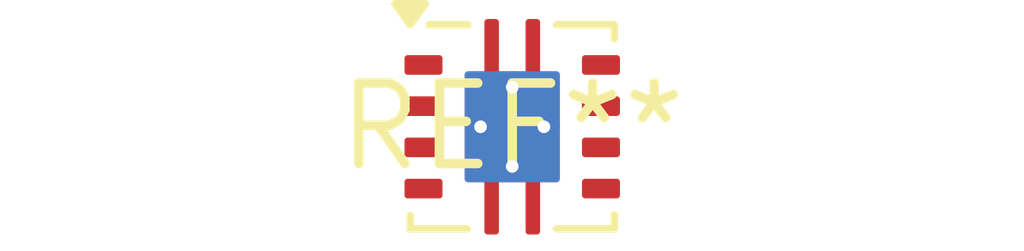
<source format=kicad_pcb>
(kicad_pcb (version 20240108) (generator pcbnew)
  (layers (0 "F.Cu" signal) (31 "B.Cu" signal) (34 "B.Paste" user) (35 "F.Paste" user) (36 "B.SilkS" user "B.Silkscreen") (37 "F.SilkS" user "F.Silkscreen") (38 "B.Mask" user) (39 "F.Mask" user) (44 "Edge.Cuts" user))
  (net 0 "")
  (footprint "Texas_DRB0008A" (layer "F.Cu") (at 0 0)
    (property "Reference" "REF**")
    (property "Value" "Texas_DRB0008A")
    (fp_line (start -1.61 1.61) (end -1.61 1.4) (layer "F.SilkS") (stroke (width 0.12)))
    (fp_line (start -1.61 1.61) (end -0.71 1.61) (layer "F.SilkS") (stroke (width 0.12)))
    (fp_line (start -0.7 -1.61) (end -1.31 -1.61) (layer "F.SilkS") (stroke (width 0.12)))
    (fp_line (start 0.7 -1.61) (end 1.61 -1.61) (layer "F.SilkS") (stroke (width 0.12)))
    (fp_line (start 0.7 1.61) (end 1.61 1.61) (layer "F.SilkS") (stroke (width 0.12)))
    (fp_line (start 1.61 -1.61) (end 1.61 -1.39) (layer "F.SilkS") (stroke (width 0.12)))
    (fp_line (start 1.61 1.61) (end 1.61 1.39) (layer "F.SilkS") (stroke (width 0.12)))
    (fp_poly (pts (xy -1.61 -1.61) (xy -1.85 -1.94) (xy -1.37 -1.94) (xy -1.61 -1.61)) (layer "F.SilkS") (stroke (width 0.12)) (fill solid))
    (pad "1" smd roundrect (at -1.4 -0.975) (size 0.6 0.31) (layers "F.Cu" "F.Paste" "F.Mask") (roundrect_rratio 0.16))
    (pad "2" smd roundrect (at -1.4 -0.325) (size 0.6 0.31) (layers "F.Cu" "F.Paste" "F.Mask") (roundrect_rratio 0.16))
    (pad "3" smd roundrect (at -1.4 0.325) (size 0.6 0.31) (layers "F.Cu" "F.Paste" "F.Mask") (roundrect_rratio 0.16))
    (pad "4" smd roundrect (at -1.4 0.975) (size 0.6 0.31) (layers "F.Cu" "F.Paste" "F.Mask") (roundrect_rratio 0.16))
    (pad "5" smd roundrect (at 1.4 0.975) (size 0.6 0.31) (layers "F.Cu" "F.Paste" "F.Mask") (roundrect_rratio 0.16))
    (pad "6" smd roundrect (at 1.4 0.325) (size 0.6 0.31) (layers "F.Cu" "F.Paste" "F.Mask") (roundrect_rratio 0.16))
    (pad "7" smd roundrect (at 1.4 -0.325) (size 0.6 0.31) (layers "F.Cu" "F.Paste" "F.Mask") (roundrect_rratio 0.16))
    (pad "8" smd roundrect (at 1.4 -0.975) (size 0.6 0.31) (layers "F.Cu" "F.Paste" "F.Mask") (roundrect_rratio 0.16))
    (pad "9" thru_hole circle (at -0.5 0) (size 0.5 0.5) (drill 0.2) (layers *.Cu) (remove_unused_layers))
    (pad "9" smd roundrect (at -0.325 -1.1875) (size 0.23 1.025) (layers "F.Cu" "F.Mask") (roundrect_rratio 0.22))
    (pad "9" smd roundrect (at -0.325 1.1875) (size 0.23 1.025) (layers "F.Cu" "F.Mask") (roundrect_rratio 0.22))
    (pad "9" thru_hole circle (at 0 -0.625) (size 0.5 0.5) (drill 0.2) (layers *.Cu) (remove_unused_layers))
    (pad "9" smd roundrect (at 0 0) (size 1.5 1.75) (layers "F.Cu" "F.Mask") (roundrect_rratio 0.034))
    (pad "9" smd roundrect (at 0 0) (size 1.5 1.75) (layers "B.Cu") (roundrect_rratio 0.034))
    (pad "9" thru_hole circle (at 0 0.625) (size 0.5 0.5) (drill 0.2) (layers *.Cu) (remove_unused_layers))
    (pad "9" smd roundrect (at 0.325 -1.1875) (size 0.23 1.025) (layers "F.Cu" "F.Mask") (roundrect_rratio 0.22))
    (pad "9" smd roundrect (at 0.325 1.1875) (size 0.23 1.025) (layers "F.Cu" "F.Mask") (roundrect_rratio 0.22))
    (pad "9" thru_hole circle (at 0.5 0) (size 0.5 0.5) (drill 0.2) (layers *.Cu) (remove_unused_layers))
  )
)
</source>
